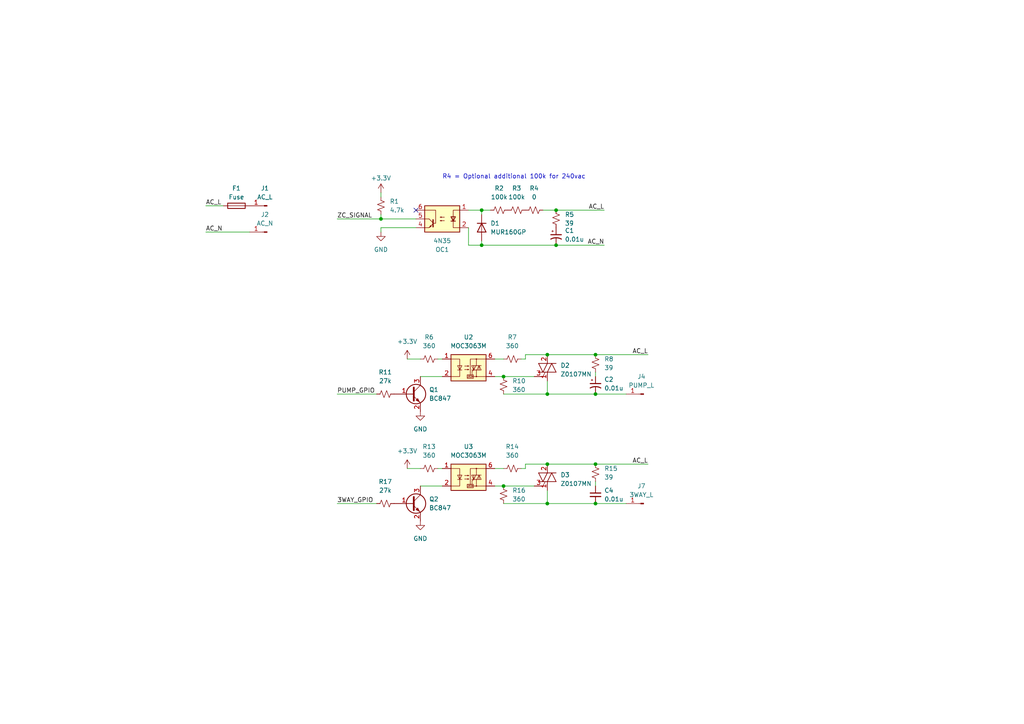
<source format=kicad_sch>
(kicad_sch (version 20230121) (generator eeschema)
  (paper "A4")
  (lib_symbols
    (symbol "Connector:Conn_01x01_Pin" (pin_names (offset 1.016) hide)
      (property "Reference" "J" (at 0 2.54 0))
      (property "Value" "Conn_01x01_Pin" (at 0 -2.54 0))
      (symbol "Conn_01x01_Pin_1_1"
        (polyline (pts (xy 1.27 0) (xy 0.8636 0)) (stroke (width 0.1524)))
        (rectangle (start 0.8636 0.127) (end 0 -0.127) (stroke (width 0.1524)) (fill (type outline)))
        (pin passive line (at 5.08 0 180) (length 3.81) (name "Pin_1") (number "1"))
      )
    )
    (symbol "Device:C_Polarized_Small_US" (pin_numbers hide) (pin_names (offset 0.254) hide)
      (property "Reference" "C" (at 0.254 1.778 0))
      (property "Value" "C_Polarized_Small_US" (at 0.254 -2.032 0))
      (symbol "C_Polarized_Small_US_0_1"
        (polyline (pts (xy -1.524 0.508) (xy 1.524 0.508)) (stroke (width 0.3048)))
        (polyline (pts (xy -1.27 1.524) (xy -0.762 1.524)))
        (polyline (pts (xy -1.016 1.27) (xy -1.016 1.778)))
        (arc (start 1.524 -0.762) (mid 0 -0.3734) (end -1.524 -0.762) (stroke (width 0.3048)))
      )
      (symbol "C_Polarized_Small_US_1_1"
        (pin passive line (at 0 2.54 270) (length 2.032) (name "~") (number "1"))
        (pin passive line (at 0 -2.54 90) (length 2.032) (name "~") (number "2"))
      )
    )
    (symbol "Device:C_Small" (pin_numbers hide) (pin_names (offset 0.254) hide)
      (property "Reference" "C" (at 0.254 1.778 0))
      (property "Value" "C_Small" (at 0.254 -2.032 0))
      (symbol "C_Small_0_1"
        (polyline (pts (xy -1.524 -0.508) (xy 1.524 -0.508)) (stroke (width 0.3302)))
        (polyline (pts (xy -1.524 0.508) (xy 1.524 0.508)) (stroke (width 0.3048)))
      )
      (symbol "C_Small_1_1"
        (pin passive line (at 0 2.54 270) (length 2.032) (name "~") (number "1"))
        (pin passive line (at 0 -2.54 90) (length 2.032) (name "~") (number "2"))
      )
    )
    (symbol "Device:Fuse" (pin_numbers hide) (pin_names (offset 0))
      (property "Reference" "F" (at 2.032 0 90))
      (property "Value" "Fuse" (at -1.905 0 90))
      (symbol "Fuse_0_1"
        (rectangle (start -0.762 -2.54) (end 0.762 2.54) (stroke (width 0.254)))
        (polyline (pts (xy 0 2.54) (xy 0 -2.54)))
      )
      (symbol "Fuse_1_1"
        (pin passive line (at 0 3.81 270) (length 1.27) (name "~") (number "1"))
        (pin passive line (at 0 -3.81 90) (length 1.27) (name "~") (number "2"))
      )
    )
    (symbol "Device:R_Small_US" (pin_numbers hide) (pin_names (offset 0.254) hide)
      (property "Reference" "R" (at 0.762 0.508 0))
      (property "Value" "R_Small_US" (at 0.762 -1.016 0))
      (symbol "R_Small_US_1_1"
        (polyline (pts (xy 0 0) (xy 1.016 -0.381) (xy 0 -0.762) (xy -1.016 -1.143) (xy 0 -1.524)))
        (polyline (pts (xy 0 1.524) (xy 1.016 1.143) (xy 0 0.762) (xy -1.016 0.381) (xy 0 0)))
        (pin passive line (at 0 2.54 270) (length 1.016) (name "~") (number "1"))
        (pin passive line (at 0 -2.54 90) (length 1.016) (name "~") (number "2"))
      )
    )
    (symbol "Diode:1N4007" (pin_numbers hide) (pin_names hide)
      (property "Reference" "D" (at 0 2.54 0))
      (property "Value" "1N4007" (at 0 -2.54 0))
      (symbol "1N4007_0_1"
        (polyline (pts (xy -1.27 1.27) (xy -1.27 -1.27)) (stroke (width 0.254)))
        (polyline (pts (xy 1.27 0) (xy -1.27 0)))
        (polyline (pts (xy 1.27 1.27) (xy 1.27 -1.27) (xy -1.27 0) (xy 1.27 1.27)) (stroke (width 0.254)))
      )
      (symbol "1N4007_1_1"
        (pin passive line (at -3.81 0 0) (length 2.54) (name "K") (number "1"))
        (pin passive line (at 3.81 0 180) (length 2.54) (name "A") (number "2"))
      )
    )
    (symbol "Isolator:4N35" (pin_names (offset 1.016))
      (property "Reference" "U" (at -5.08 5.08 0))
      (property "Value" "4N35" (at 0 5.08 0))
      (symbol "4N35_0_1"
        (rectangle (start -5.08 3.81) (end 5.08 -3.81) (stroke (width 0.254)) (fill (type background)))
        (polyline (pts (xy -3.81 -0.635) (xy -2.54 -0.635)) (stroke (width 0.254)))
        (polyline (pts (xy 2.667 -1.397) (xy 3.81 -2.54)))
        (polyline (pts (xy 2.667 -1.143) (xy 3.81 0)))
        (polyline (pts (xy 3.81 -2.54) (xy 5.08 -2.54)))
        (polyline (pts (xy 3.81 0) (xy 5.08 0)))
        (polyline (pts (xy 2.667 -0.254) (xy 2.667 -2.286) (xy 2.667 -2.286)) (stroke (width 0.3556)))
        (polyline (pts (xy -5.08 -2.54) (xy -3.175 -2.54) (xy -3.175 2.54) (xy -5.08 2.54)))
        (polyline (pts (xy -3.175 -0.635) (xy -3.81 0.635) (xy -2.54 0.635) (xy -3.175 -0.635)) (stroke (width 0.254)))
        (polyline (pts (xy 3.683 -2.413) (xy 3.429 -1.905) (xy 3.175 -2.159) (xy 3.683 -2.413)))
        (polyline (pts (xy 5.08 2.54) (xy 1.905 2.54) (xy 1.905 -1.27) (xy 2.54 -1.27)))
        (polyline (pts (xy -0.635 -0.508) (xy 0.635 -0.508) (xy 0.254 -0.635) (xy 0.254 -0.381) (xy 0.635 -0.508)))
        (polyline (pts (xy -0.635 0.508) (xy 0.635 0.508) (xy 0.254 0.381) (xy 0.254 0.635) (xy 0.635 0.508)))
      )
      (symbol "4N35_1_1"
        (pin passive line (at -7.62 2.54 0) (length 2.54) (name "~") (number "1"))
        (pin passive line (at -7.62 -2.54 0) (length 2.54) (name "~") (number "2"))
        (pin no_connect line (at -5.08 0 0) (length 2.54) hide (name "NC") (number "3"))
        (pin passive line (at 7.62 -2.54 180) (length 2.54) (name "~") (number "4"))
        (pin passive line (at 7.62 0 180) (length 2.54) (name "~") (number "5"))
        (pin passive line (at 7.62 2.54 180) (length 2.54) (name "~") (number "6"))
      )
    )
    (symbol "Relay_SolidState:MOC3063M"
      (property "Reference" "U" (at -5.08 5.08 0))
      (property "Value" "MOC3063M" (at 0 5.08 0))
      (symbol "MOC3063M_0_0"
        (rectangle (start -0.381 -2.032) (end 1.397 -3.048))
        (polyline (pts (xy 2.286 -2.54) (xy 1.397 -2.54)))
        (polyline (pts (xy 1.524 -0.635) (xy 1.016 -1.016) (xy 1.016 -2.032)))
        (text "ZCD" (at 0.508 -2.54 0) (effects (font (size 0.508 0.508))))
      )
      (symbol "MOC3063M_0_1"
        (rectangle (start -5.08 3.81) (end 5.08 -3.81) (stroke (width 0.254)) (fill (type background)))
        (polyline (pts (xy -3.175 -0.635) (xy -1.905 -0.635)))
        (polyline (pts (xy 1.524 -0.635) (xy 1.524 0.635)))
        (polyline (pts (xy 3.048 0.635) (xy 3.048 -0.635)))
        (polyline (pts (xy 2.286 -0.635) (xy 2.286 -2.54) (xy 5.08 -2.54)))
        (polyline (pts (xy 2.286 0.635) (xy 2.286 2.54) (xy 5.08 2.54)))
        (polyline (pts (xy 2.286 2.54) (xy 0.508 2.54) (xy 0.508 -2.032)))
        (polyline (pts (xy -5.08 2.54) (xy -2.54 2.54) (xy -2.54 -2.54) (xy -5.08 -2.54)))
        (polyline (pts (xy -2.54 -0.635) (xy -3.175 0.635) (xy -1.905 0.635) (xy -2.54 -0.635)))
        (polyline (pts (xy 0.889 -0.635) (xy 3.683 -0.635) (xy 3.048 0.635) (xy 2.413 -0.635)))
        (polyline (pts (xy 3.683 0.635) (xy 0.889 0.635) (xy 1.524 -0.635) (xy 2.159 0.635)))
        (polyline (pts (xy -1.143 -0.508) (xy 0.127 -0.508) (xy -0.254 -0.635) (xy -0.254 -0.381) (xy 0.127 -0.508)))
        (polyline (pts (xy -1.143 0.508) (xy 0.127 0.508) (xy -0.254 0.381) (xy -0.254 0.635) (xy 0.127 0.508)))
        (circle (center 2.286 -2.54) (radius 0.127))
        (circle (center 2.286 2.54) (radius 0.127))
      )
      (symbol "MOC3063M_1_1"
        (pin passive line (at -7.62 2.54 0) (length 2.54) (name "~") (number "1"))
        (pin passive line (at -7.62 -2.54 0) (length 2.54) (name "~") (number "2"))
        (pin no_connect line (at -5.08 0 0) (length 2.54) hide (name "NC") (number "3"))
        (pin passive line (at 7.62 -2.54 180) (length 2.54) (name "~") (number "4"))
        (pin no_connect line (at 5.08 0 180) (length 2.54) hide (name "NC") (number "5"))
        (pin passive line (at 7.62 2.54 180) (length 2.54) (name "~") (number "6"))
      )
    )
    (symbol "Transistor_BJT:BC847" (pin_names (offset 0) hide)
      (property "Reference" "Q" (at 5.08 1.905 0))
      (property "Value" "BC847" (at 5.08 0 0))
      (symbol "BC847_0_1"
        (polyline (pts (xy 0.635 0.635) (xy 2.54 2.54)))
        (polyline (pts (xy 0.635 -0.635) (xy 2.54 -2.54) (xy 2.54 -2.54)))
        (polyline (pts (xy 0.635 1.905) (xy 0.635 -1.905) (xy 0.635 -1.905)) (stroke (width 0.508)))
        (polyline (pts (xy 1.27 -1.778) (xy 1.778 -1.27) (xy 2.286 -2.286) (xy 1.27 -1.778) (xy 1.27 -1.778)) (fill (type outline)))
        (circle (center 1.27 0) (radius 2.8194) (stroke (width 0.254)))
      )
      (symbol "BC847_1_1"
        (pin input line (at -5.08 0 0) (length 5.715) (name "B") (number "1"))
        (pin passive line (at 2.54 -5.08 90) (length 2.54) (name "E") (number "2"))
        (pin passive line (at 2.54 5.08 270) (length 2.54) (name "C") (number "3"))
      )
    )
    (symbol "Triac_Thyristor:Z0107MN" (pin_names (offset 0) hide)
      (property "Reference" "D" (at 3.175 0.635 0))
      (property "Value" "Z0107MN" (at 3.175 -1.27 0))
      (symbol "Z0107MN_0_1"
        (polyline (pts (xy -2.54 -1.27) (xy 2.54 -1.27)) (stroke (width 0.2032)))
        (polyline (pts (xy -2.54 1.27) (xy 2.54 1.27)) (stroke (width 0.2032)))
        (polyline (pts (xy -1.27 -2.54) (xy -0.635 -1.27)))
        (polyline (pts (xy -2.54 1.27) (xy -1.27 -1.27) (xy 0 1.27)) (stroke (width 0.2032)))
        (polyline (pts (xy 0 -1.27) (xy 1.27 1.27) (xy 2.54 -1.27)) (stroke (width 0.2032)))
      )
      (symbol "Z0107MN_1_1"
        (pin passive line (at 0 -3.81 90) (length 2.54) (name "A1") (number "1"))
        (pin passive line (at 0 3.81 270) (length 2.54) (name "A2") (number "2"))
        (pin input line (at -3.81 -2.54 0) (length 2.54) (name "G") (number "3"))
        (pin passive line (at 0 3.81 270) (length 2.54) hide (name "A4") (number "4"))
      )
    )
    (symbol "power:+3.3V" (power) (pin_names (offset 0))
      (property "Value" "+3.3V" (at 0 3.556 0))
      (symbol "+3.3V_0_1"
        (polyline (pts (xy -0.762 1.27) (xy 0 2.54)))
        (polyline (pts (xy 0 0) (xy 0 2.54)))
        (polyline (pts (xy 0 2.54) (xy 0.762 1.27)))
      )
      (symbol "+3.3V_1_1"
        (pin power_in line (at 0 0 90) (length 0) hide (name "+3.3V") (number "1"))
      )
    )
    (symbol "power:GND" (power) (pin_names (offset 0))
      (property "Value" "GND" (at 0 -3.81 0))
      (symbol "GND_0_1"
        (polyline (pts (xy 0 0) (xy 0 -1.27) (xy 1.27 -1.27) (xy 0 -2.54) (xy -1.27 -1.27) (xy 0 -1.27)))
      )
      (symbol "GND_1_1"
        (pin power_in line (at 0 0 270) (length 0) hide (name "GND") (number "1"))
      )
    )
  )
  (junction (at 172.72 114.3))
  (junction (at 172.72 146.05))
  (junction (at 158.75 102.87))
  (junction (at 139.7 60.96))
  (junction (at 146.05 140.97))
  (junction (at 146.05 109.22))
  (junction (at 139.7 71.12))
  (junction (at 161.29 71.12))
  (junction (at 158.75 134.62))
  (junction (at 110.49 63.5))
  (junction (at 158.75 114.3))
  (junction (at 161.29 60.96))
  (junction (at 172.72 134.62))
  (junction (at 172.72 102.87))
  (junction (at 158.75 146.05))
  (no_connect (at 120.65 60.96))
  (wire (pts (xy 161.29 60.96) (xy 175.26 60.96)))
  (wire (pts (xy 146.05 140.97) (xy 154.94 140.97)))
  (wire (pts (xy 143.51 140.97) (xy 146.05 140.97)))
  (wire (pts (xy 158.75 110.49) (xy 158.75 114.3)))
  (wire (pts (xy 118.11 135.89) (xy 121.92 135.89)))
  (wire (pts (xy 135.89 71.12) (xy 139.7 71.12)))
  (wire (pts (xy 135.89 60.96) (xy 139.7 60.96)))
  (wire (pts (xy 152.4 104.14) (xy 152.4 102.87)))
  (wire (pts (xy 59.69 59.69) (xy 64.77 59.69)))
  (wire (pts (xy 158.75 146.05) (xy 172.72 146.05)))
  (wire (pts (xy 121.92 109.22) (xy 128.27 109.22)))
  (wire (pts (xy 158.75 114.3) (xy 172.72 114.3)))
  (wire (pts (xy 172.72 134.62) (xy 187.96 134.62)))
  (wire (pts (xy 146.05 109.22) (xy 154.94 109.22)))
  (wire (pts (xy 110.49 66.04) (xy 110.49 67.31)))
  (wire (pts (xy 152.4 102.87) (xy 158.75 102.87)))
  (wire (pts (xy 143.51 109.22) (xy 146.05 109.22)))
  (wire (pts (xy 135.89 66.04) (xy 135.89 71.12)))
  (wire (pts (xy 121.92 140.97) (xy 128.27 140.97)))
  (wire (pts (xy 151.13 104.14) (xy 152.4 104.14)))
  (wire (pts (xy 121.92 104.14) (xy 118.11 104.14)))
  (wire (pts (xy 139.7 62.23) (xy 139.7 60.96)))
  (wire (pts (xy 146.05 114.3) (xy 158.75 114.3)))
  (wire (pts (xy 158.75 134.62) (xy 172.72 134.62)))
  (wire (pts (xy 152.4 135.89) (xy 152.4 134.62)))
  (wire (pts (xy 97.79 114.3) (xy 109.22 114.3)))
  (wire (pts (xy 172.72 139.7) (xy 172.72 140.97)))
  (wire (pts (xy 172.72 107.95) (xy 172.72 109.22)))
  (wire (pts (xy 139.7 69.85) (xy 139.7 71.12)))
  (wire (pts (xy 161.29 71.12) (xy 175.26 71.12)))
  (wire (pts (xy 127 104.14) (xy 128.27 104.14)))
  (wire (pts (xy 110.49 63.5) (xy 120.65 63.5)))
  (wire (pts (xy 59.69 67.31) (xy 72.39 67.31)))
  (wire (pts (xy 139.7 71.12) (xy 161.29 71.12)))
  (wire (pts (xy 97.79 63.5) (xy 110.49 63.5)))
  (wire (pts (xy 172.72 102.87) (xy 187.96 102.87)))
  (wire (pts (xy 146.05 135.89) (xy 143.51 135.89)))
  (wire (pts (xy 146.05 146.05) (xy 158.75 146.05)))
  (wire (pts (xy 172.72 114.3) (xy 181.61 114.3)))
  (wire (pts (xy 139.7 60.96) (xy 142.24 60.96)))
  (wire (pts (xy 143.51 104.14) (xy 146.05 104.14)))
  (wire (pts (xy 157.48 60.96) (xy 161.29 60.96)))
  (wire (pts (xy 127 135.89) (xy 128.27 135.89)))
  (wire (pts (xy 97.79 146.05) (xy 109.22 146.05)))
  (wire (pts (xy 110.49 62.23) (xy 110.49 63.5)))
  (wire (pts (xy 152.4 134.62) (xy 158.75 134.62)))
  (wire (pts (xy 158.75 142.24) (xy 158.75 146.05)))
  (wire (pts (xy 172.72 146.05) (xy 181.61 146.05)))
  (wire (pts (xy 151.13 135.89) (xy 152.4 135.89)))
  (wire (pts (xy 110.49 66.04) (xy 120.65 66.04)))
  (wire (pts (xy 110.49 55.88) (xy 110.49 57.15)))
  (wire (pts (xy 158.75 102.87) (xy 172.72 102.87)))
  (text "R4 = Optional additional 100k for 240vac" (at 128.27 52.07 0) (effects (font (size 1.27 1.27)) (justify left bottom)))
  (label "AC_N" (at 175.26 71.12 180))
  (label "PUMP_GPIO" (at 97.79 114.3 0))
  (label "AC_L" (at 59.69 59.69 0))
  (label "ZC_SIGNAL" (at 97.79 63.5 0))
  (label "AC_L" (at 187.96 134.62 180))
  (label "AC_L" (at 187.96 102.87 180))
  (label "3WAY_GPIO" (at 97.79 146.05 0))
  (label "AC_L" (at 175.26 60.96 180))
  (label "AC_N" (at 59.69 67.31 0))
  (symbol (lib_id "power:+3.3V") (at 110.49 55.88 0) (mirror y) (unit 1)
    (property "Reference" "#PWR04" (effects hide))
    (property "Value" "+3.3V" (at 110.49 51.6712 0))
  )
  (symbol (lib_id "Connector:Conn_01x01_Pin") (at 186.69 146.05 180) (unit 1)
    (property "Reference" "J7" (at 186.055 140.97 0))
    (property "Value" "3WAY_L" (at 186.055 143.51 0))
    (property "Footprint" "Library:Quick Disconnect" (effects hide))
    (instances (project "Axis_V1" (path "" (reference "J7") (unit 1)) (path "" (reference "J2") (unit 1))))
  )
  (symbol (lib_id "Device:R_Small_US") (at 148.59 104.14 90) (unit 1)
    (property "Reference" "R7" (at 148.59 97.79 90))
    (property "Value" "360" (at 148.59 100.33 90))
    (instances (project "Axis_V1" (path "" (reference "R7") (unit 1)) (path "" (reference "R10") (unit 1))))
  )
  (symbol (lib_id "Transistor_BJT:BC847") (at 119.38 146.05 0) (unit 1)
    (property "Reference" "Q2" (at 124.46 144.78 0) (effects (justify left)))
    (property "Value" "BC847" (at 124.46 147.32 0) (effects (justify left)))
    (property "Footprint" "Package_TO_SOT_SMD:SOT-23" (effects hide))
    (property "Datasheet" "http://www.infineon.com/dgdl/Infineon-BC847SERIES_BC848SERIES_BC849SERIES_BC850SERIES-DS-v01_01-en.pdf?fileId=db3a304314dca389011541d4630a1657" (effects hide))
  )
  (symbol (lib_id "Device:R_Small_US") (at 111.76 146.05 270) (unit 1)
    (property "Reference" "R17" (at 111.76 139.7 90))
    (property "Value" "27k" (at 111.76 142.24 90))
    (instances (project "Axis_V1" (path "" (reference "R17") (unit 1)) (path "" (reference "R2") (unit 1))))
  )
  (symbol (lib_id "Device:Fuse") (at 68.58 59.69 90) (unit 1)
    (property "Reference" "F1" (at 68.58 54.61 90))
    (property "Value" "Fuse" (at 68.58 57.15 90))
  )
  (symbol (lib_id "Device:C_Polarized_Small_US") (at 161.29 68.58 0) (unit 1)
    (property "Reference" "C1" (at 163.83 66.8782 0) (effects (justify left)))
    (property "Value" "0.01u" (at 163.83 69.4182 0) (effects (justify left)))
  )
  (symbol (lib_id "Transistor_BJT:BC847") (at 119.38 114.3 0) (unit 1)
    (property "Reference" "Q1" (at 124.46 113.03 0) (effects (justify left)))
    (property "Value" "BC847" (at 124.46 115.57 0) (effects (justify left)))
    (property "Footprint" "Package_TO_SOT_SMD:SOT-23" (effects hide))
    (property "Datasheet" "http://www.infineon.com/dgdl/Infineon-BC847SERIES_BC848SERIES_BC849SERIES_BC850SERIES-DS-v01_01-en.pdf?fileId=db3a304314dca389011541d4630a1657" (effects hide))
  )
  (symbol (lib_id "Device:R_Small_US") (at 148.59 135.89 90) (unit 1)
    (property "Reference" "R14" (at 148.59 129.54 90))
    (property "Value" "360" (at 148.59 132.08 90))
    (instances (project "Axis_V1" (path "" (reference "R14") (unit 1)) (path "" (reference "R11") (unit 1))))
  )
  (symbol (lib_id "Device:R_Small_US") (at 149.86 60.96 90) (unit 1)
    (property "Reference" "R3" (at 149.86 54.61 90))
    (property "Value" "100k" (at 149.86 57.15 90))
    (instances (project "Axis_V1" (path "" (reference "R3") (unit 1)) (path "" (reference "R13") (unit 1))))
  )
  (symbol (lib_id "power:+3.3V") (at 118.11 135.89 0) (unit 1)
    (property "Reference" "#PWR018" (effects hide))
    (property "Value" "+3.3V" (at 118.11 130.81 0))
    (instances (project "Axis_V1" (path "" (reference "#PWR018") (unit 1)) (path "" (reference "#PWR014") (unit 1))))
  )
  (symbol (lib_id "Device:R_Small_US") (at 124.46 135.89 90) (unit 1)
    (property "Reference" "R13" (at 124.46 129.54 90))
    (property "Value" "360" (at 124.46 132.08 90))
    (instances (project "Axis_V1" (path "" (reference "R13") (unit 1)) (path "" (reference "R5") (unit 1))))
  )
  (symbol (lib_id "Connector:Conn_01x01_Pin") (at 77.47 59.69 180) (unit 1)
    (property "Reference" "J1" (at 76.835 54.61 0))
    (property "Value" "AC_L" (at 76.835 57.15 0))
    (property "Footprint" "Library:Quick Disconnect" (effects hide))
    (instances (project "Axis_V1" (path "" (reference "J1") (unit 1)) (path "" (reference "J4") (unit 1))))
  )
  (symbol (lib_id "Triac_Thyristor:Z0107MN") (at 158.75 106.68 0) (unit 1)
    (property "Reference" "D2" (at 162.56 105.9942 0) (effects (justify left)))
    (property "Value" "Z0107MN" (at 162.56 108.5342 0) (effects (justify left)))
    (property "Footprint" "Package_TO_SOT_SMD:SOT-223" (effects hide))
    (property "Datasheet" "http://www.st.com/resource/en/datasheet/z01.pdf" (effects hide))
  )
  (symbol (lib_id "power:+3.3V") (at 118.11 104.14 0) (unit 1)
    (property "Reference" "#PWR011" (effects hide))
    (property "Value" "+3.3V" (at 118.11 99.06 0))
  )
  (symbol (lib_id "Device:R_Small_US") (at 124.46 104.14 270) (unit 1)
    (property "Reference" "R6" (at 124.46 97.79 90))
    (property "Value" "360" (at 124.46 100.33 90))
    (instances (project "Axis_V1" (path "" (reference "R6") (unit 1)) (path "" (reference "R4") (unit 1))))
  )
  (symbol (lib_id "Relay_SolidState:MOC3063M") (at 135.89 138.43 0) (unit 1)
    (property "Reference" "U3" (at 135.89 129.54 0))
    (property "Value" "MOC3063M" (at 135.89 132.08 0))
    (property "Footprint" "Package_DIP:DIP-6_W7.62mm_LongPads" (effects hide))
    (property "Datasheet" "https://www.onsemi.com/pub/Collateral/MOC3163M-D.pdf" (effects hide))
  )
  (symbol (lib_id "Device:R_Small_US") (at 144.78 60.96 90) (unit 1)
    (property "Reference" "R2" (at 144.78 54.61 90))
    (property "Value" "100k" (at 144.78 57.15 90))
    (instances (project "Axis_V1" (path "" (reference "R2") (unit 1)) (path "" (reference "R8") (unit 1))))
  )
  (symbol (lib_id "Triac_Thyristor:Z0107MN") (at 158.75 138.43 0) (unit 1)
    (property "Reference" "D3" (at 162.56 137.7442 0) (effects (justify left)))
    (property "Value" "Z0107MN" (at 162.56 140.2842 0) (effects (justify left)))
    (property "Footprint" "Package_TO_SOT_SMD:SOT-223" (effects hide))
    (property "Datasheet" "http://www.st.com/resource/en/datasheet/z01.pdf" (effects hide))
  )
  (symbol (lib_id "power:GND") (at 110.49 67.31 0) (unit 1)
    (property "Reference" "#PWR06" (effects hide))
    (property "Value" "GND" (at 110.49 72.39 0))
  )
  (symbol (lib_id "Device:R_Small_US") (at 172.72 105.41 180) (unit 1)
    (property "Reference" "R8" (at 175.26 104.14 0) (effects (justify right)))
    (property "Value" "39" (at 175.26 106.68 0) (effects (justify right)))
    (instances (project "Axis_V1" (path "" (reference "R8") (unit 1)) (path "" (reference "R16") (unit 1))))
  )
  (symbol (lib_id "Isolator:4N35") (at 128.27 63.5 0) (mirror y) (unit 1)
    (property "Reference" "OC1" (at 128.27 72.39 0))
    (property "Value" "4N35" (at 128.27 69.85 0))
    (property "Footprint" "Package_DIP:SMDIP-6_W7.62mm" (effects hide))
    (property "Datasheet" "https://www.vishay.com/docs/81181/4n35.pdf" (effects hide))
    (property "Sim.Device" "D" (effects hide))
    (property "Sim.Pins" "1=A 2=K" (effects hide))
  )
  (symbol (lib_id "Device:R_Small_US") (at 172.72 137.16 180) (unit 1)
    (property "Reference" "R15" (at 175.26 135.89 0) (effects (justify right)))
    (property "Value" "39" (at 175.26 138.43 0) (effects (justify right)))
    (instances (project "Axis_V1" (path "" (reference "R15") (unit 1)) (path "" (reference "R17") (unit 1))))
  )
  (symbol (lib_id "Connector:Conn_01x01_Pin") (at 186.69 114.3 180) (unit 1)
    (property "Reference" "J4" (at 186.055 109.22 0))
    (property "Value" "PUMP_L" (at 186.055 111.76 0))
    (property "Footprint" "Library:Quick Disconnect" (effects hide))
    (instances (project "Axis_V1" (path "" (reference "J4") (unit 1)) (path "" (reference "J1") (unit 1))))
  )
  (symbol (lib_id "Connector:Conn_01x01_Pin") (at 77.47 67.31 180) (unit 1)
    (property "Reference" "J2" (at 76.835 62.23 0))
    (property "Value" "AC_N" (at 76.835 64.77 0))
    (property "Footprint" "Library:Quick Disconnect" (effects hide))
    (instances (project "Axis_V1" (path "" (reference "J2") (unit 1)) (path "" (reference "J7") (unit 1))))
  )
  (symbol (lib_id "Diode:1N4007") (at 139.7 66.04 270) (unit 1)
    (property "Reference" "D1" (at 142.24 64.77 90) (effects (justify left)))
    (property "Value" "MUR160GP" (at 142.24 67.31 90) (effects (justify left)))
    (property "Footprint" "Diode_THT:D_DO-41_SOD81_P10.16mm_Horizontal" (effects hide))
    (property "Datasheet" "http://www.vishay.com/docs/88503/1n4001.pdf" (effects hide))
    (property "Sim.Device" "D" (effects hide))
    (property "Sim.Pins" "1=K 2=A" (effects hide))
  )
  (symbol (lib_id "Device:R_Small_US") (at 146.05 111.76 180) (unit 1)
    (property "Reference" "R10" (at 148.59 110.49 0) (effects (justify right)))
    (property "Value" "360" (at 148.59 113.03 0) (effects (justify right)))
    (instances (project "Axis_V1" (path "" (reference "R10") (unit 1)) (path "" (reference "R6") (unit 1))))
  )
  (symbol (lib_id "Device:C_Polarized_Small_US") (at 172.72 111.76 0) (unit 1)
    (property "Reference" "C2" (at 175.26 110.0582 0) (effects (justify left)))
    (property "Value" "0.01u" (at 175.26 112.5982 0) (effects (justify left)))
  )
  (symbol (lib_id "Device:R_Small_US") (at 111.76 114.3 270) (unit 1)
    (property "Reference" "R11" (at 111.76 107.95 90))
    (property "Value" "27k" (at 111.76 110.49 90))
    (instances (project "Axis_V1" (path "" (reference "R11") (unit 1)) (path "" (reference "R1") (unit 1))))
  )
  (symbol (lib_id "power:GND") (at 121.92 151.13 0) (unit 1)
    (property "Reference" "#PWR019" (effects hide))
    (property "Value" "GND" (at 121.92 156.21 0))
  )
  (symbol (lib_id "Device:C_Small") (at 172.72 143.51 0) (unit 1)
    (property "Reference" "C4" (at 175.26 142.2463 0) (effects (justify left)))
    (property "Value" "0.01u" (at 175.26 144.7863 0) (effects (justify left)))
  )
  (symbol (lib_id "Device:R_Small_US") (at 146.05 143.51 180) (unit 1)
    (property "Reference" "R16" (at 148.59 142.24 0) (effects (justify right)))
    (property "Value" "360" (at 148.59 144.78 0) (effects (justify right)))
    (instances (project "Axis_V1" (path "" (reference "R16") (unit 1)) (path "" (reference "R7") (unit 1))))
  )
  (symbol (lib_id "Device:R_Small_US") (at 110.49 59.69 180) (unit 1)
    (property "Reference" "R1" (at 113.03 58.42 0) (effects (justify right)))
    (property "Value" "4.7k" (at 113.03 60.96 0) (effects (justify right)))
    (instances (project "Axis_V1" (path "" (reference "R1") (unit 1)) (path "" (reference "R3") (unit 1))))
  )
  (symbol (lib_id "Device:R_Small_US") (at 154.94 60.96 90) (unit 1)
    (property "Reference" "R4" (at 154.94 54.61 90))
    (property "Value" "0" (at 154.94 57.15 90))
    (instances (project "Axis_V1" (path "" (reference "R4") (unit 1)) (path "" (reference "R14") (unit 1))))
  )
  (symbol (lib_id "Device:R_Small_US") (at 161.29 63.5 180) (unit 1)
    (property "Reference" "R5" (at 163.83 62.23 0) (effects (justify right)))
    (property "Value" "39" (at 163.83 64.77 0) (effects (justify right)))
    (instances (project "Axis_V1" (path "" (reference "R5") (unit 1)) (path "" (reference "R15") (unit 1))))
  )
  (symbol (lib_id "Relay_SolidState:MOC3063M") (at 135.89 106.68 0) (unit 1)
    (property "Reference" "U2" (at 135.89 97.79 0))
    (property "Value" "MOC3063M" (at 135.89 100.33 0))
    (property "Footprint" "Package_DIP:DIP-6_W7.62mm_LongPads" (effects hide))
    (property "Datasheet" "https://www.onsemi.com/pub/Collateral/MOC3163M-D.pdf" (effects hide))
  )
  (symbol (lib_id "power:GND") (at 121.92 119.38 0) (unit 1)
    (property "Reference" "#PWR014" (effects hide))
    (property "Value" "GND" (at 121.92 124.46 0))
    (instances (project "Axis_V1" (path "" (reference "#PWR014") (unit 1)) (path "" (reference "#PWR018") (unit 1))))
  )
)
</source>
